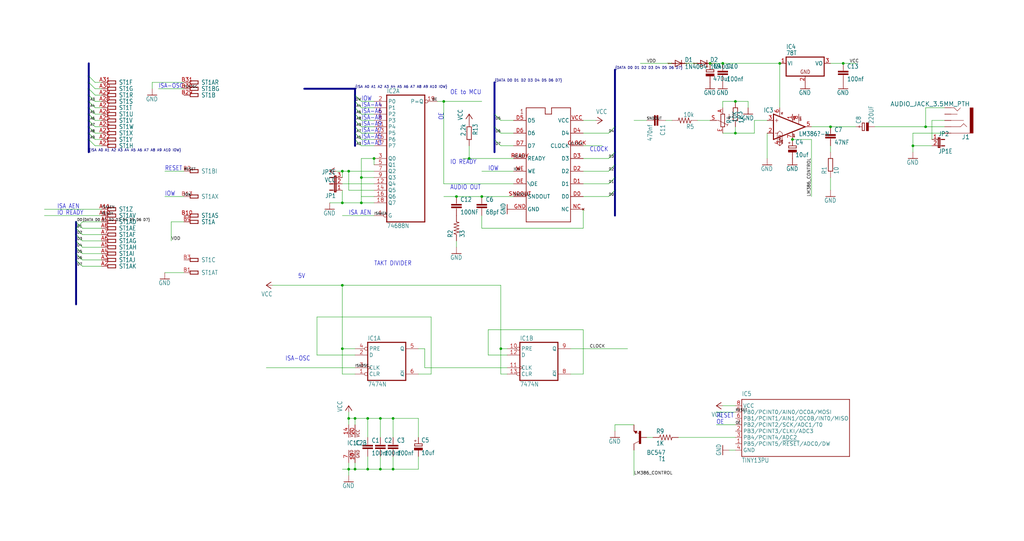
<source format=kicad_sch>
(kicad_sch (version 20250114) (generator "eeschema") (generator_version "9.0")
  (paper "User" 410.286 216.738)
  (text "ISA-OSC" (at 114.3 144.78 0) (effects (font (size 1.778 1.5113)) (justify left bottom)))
  (text "IOW" (at 66.04 78.74 0) (effects (font (size 1.778 1.5113)) (justify left bottom)))
  (text "ISA-A4" (at 144.78 43.18 0) (effects (font (size 1.778 1.5113)) (justify left bottom)))
  (text "RESET" (at 287.02 167.64 0) (effects (font (size 1.778 1.5113)) (justify left bottom)))
  (text "5V" (at 119.38 111.76 0) (effects (font (size 1.778 1.5113)) (justify left bottom)))
  (text "TAKT DIVIDER" (at 149.86 106.68 0) (effects (font (size 1.778 1.5113)) (justify left bottom)))
  (text "IO READY" (at 22.86 86.36 0) (effects (font (size 1.778 1.5113)) (justify left bottom)))
  (text "ISA-A6" (at 144.78 45.72 0) (effects (font (size 1.778 1.5113)) (justify left bottom)))
  (text "ISA-OSC" (at 63.5 35.56 0) (effects (font (size 1.778 1.5113)) (justify left bottom)))
  (text "ISA-A9" (at 144.78 50.8 0) (effects (font (size 1.778 1.5113)) (justify left bottom)))
  (text "ISA AEN" (at 139.7 86.36 0) (effects (font (size 1.778 1.5113)) (justify left bottom)))
  (text "OE to MCU" (at 180.34 38.1 0) (effects (font (size 1.778 1.5113)) (justify left bottom)))
  (text "ISA AEN" (at 22.86 83.82 0) (effects (font (size 1.778 1.5113)) (justify left bottom)))
  (text "AUDIO OUT" (at 180.34 76.2 0) (effects (font (size 1.778 1.5113)) (justify left bottom)))
  (text "IO READY" (at 180.34 66.04 0) (effects (font (size 1.778 1.5113)) (justify left bottom)))
  (text "RESET" (at 66.04 68.58 0) (effects (font (size 1.778 1.5113)) (justify left bottom)))
  (text "IOW" (at 144.78 40.64 0) (effects (font (size 1.778 1.5113)) (justify left bottom)))
  (text "CLOCK" (at 236.22 60.96 0) (effects (font (size 1.778 1.5113)) (justify left bottom)))
  (text "ISA-A8" (at 144.78 48.26 0) (effects (font (size 1.778 1.5113)) (justify left bottom)))
  (text "ISA-A7" (at 144.78 53.34 0) (effects (font (size 1.778 1.5113)) (justify left bottom)))
  (text "IOW" (at 195.58 68.58 0) (effects (font (size 1.778 1.5113)) (justify left bottom)))
  (text "ISA-A3" (at 144.78 58.42 0) (effects (font (size 1.778 1.5113)) (justify left bottom)))
  (text "OE" (at 177.8 48.26 90) (effects (font (size 1.778 1.5113)) (justify left bottom)))
  (text "OE" (at 287.02 170.18 0) (effects (font (size 1.778 1.5113)) (justify left bottom)))
  (text "ISA-A5" (at 144.78 55.88 0) (effects (font (size 1.778 1.5113)) (justify left bottom)))
  (junction (at 294.64 40.64))
  (junction (at 284.48 25.4))
  (junction (at 182.88 78.74))
  (junction (at 157.48 167.64))
  (junction (at 137.16 81.28))
  (junction (at 187.96 63.5))
  (junction (at 144.78 71.12))
  (junction (at 157.48 187.96))
  (junction (at 139.7 167.64))
  (junction (at 142.24 167.64))
  (junction (at 152.4 187.96))
  (junction (at 139.7 68.58))
  (junction (at 147.32 167.64))
  (junction (at 370.84 50.8))
  (junction (at 139.7 187.96))
  (junction (at 152.4 167.64))
  (junction (at 317.5 55.88))
  (junction (at 294.64 53.34))
  (junction (at 137.16 68.58))
  (junction (at 137.16 139.7))
  (junction (at 193.04 78.74))
  (junction (at 137.16 114.3))
  (junction (at 144.78 81.28))
  (junction (at 149.86 63.5))
  (junction (at 337.82 25.4))
  (junction (at 289.56 25.4))
  (junction (at 147.32 187.96))
  (junction (at 312.42 25.4))
  (junction (at 177.8 40.64))
  (junction (at 142.24 187.96))
  (junction (at 200.66 139.7))
  (junction (at 332.74 50.8))
  (junction (at 365.76 58.42))
  (bus_entry (at 38.1 55.88) (size -2.54 -2.54))
  (bus_entry (at 38.1 38.1) (size -2.54 -2.54))
  (bus_entry (at 243.84 53.34) (size 2.54 -2.54))
  (bus_entry (at 38.1 58.42) (size -2.54 -2.54))
  (bus_entry (at 243.84 68.58) (size 2.54 -2.54))
  (bus_entry (at 38.1 50.8) (size -2.54 -2.54))
  (bus_entry (at 38.1 53.34) (size -2.54 -2.54))
  (bus_entry (at 144.78 45.72) (size -2.54 -2.54))
  (bus_entry (at 33.02 88.9) (size -2.54 2.54))
  (bus_entry (at 38.1 48.26) (size -2.54 -2.54))
  (bus_entry (at 144.78 50.8) (size -2.54 -2.54))
  (bus_entry (at 144.78 55.88) (size -2.54 -2.54))
  (bus_entry (at 38.1 45.72) (size -2.54 -2.54))
  (bus_entry (at 33.02 106.68) (size -2.54 -2.54))
  (bus_entry (at 144.78 53.34) (size -2.54 -2.54))
  (bus_entry (at 144.78 48.26) (size -2.54 -2.54))
  (bus_entry (at 144.78 58.42) (size -2.54 -2.54))
  (bus_entry (at 38.1 43.18) (size -2.54 -2.54))
  (bus_entry (at 200.66 58.42) (size -2.54 -2.54))
  (bus_entry (at 33.02 101.6) (size -2.54 -2.54))
  (bus_entry (at 33.02 104.14) (size -2.54 -2.54))
  (bus_entry (at 243.84 63.5) (size 2.54 -2.54))
  (bus_entry (at 243.84 73.66) (size 2.54 -2.54))
  (bus_entry (at 33.02 93.98) (size -2.54 -2.54))
  (bus_entry (at 33.02 96.52) (size -2.54 -2.54))
  (bus_entry (at 200.66 53.34) (size -2.54 -2.54))
  (bus_entry (at 33.02 99.06) (size -2.54 -2.54))
  (bus_entry (at 38.1 35.56) (size -2.54 -2.54))
  (bus_entry (at 144.78 43.18) (size -2.54 -2.54))
  (bus_entry (at 243.84 78.74) (size 2.54 -2.54))
  (bus_entry (at 33.02 91.44) (size -2.54 -2.54))
  (bus_entry (at 38.1 33.02) (size -2.54 -2.54))
  (bus_entry (at 144.78 40.64) (size -2.54 -2.54))
  (bus_entry (at 38.1 40.64) (size -2.54 -2.54))
  (bus_entry (at 200.66 48.26) (size -2.54 -2.54))
  (wire (pts (xy 205.74 68.58) (xy 193.04 68.58)) (stroke (width 0.1524)))
  (wire (pts (xy 137.16 114.3) (xy 200.66 114.3)) (stroke (width 0.1524)))
  (bus (pts (xy 142.24 38.1) (xy 142.24 40.64)) (stroke (width 0.762)))
  (wire (pts (xy 312.42 25.4) (xy 312.42 43.18)) (stroke (width 0.1524)))
  (bus (pts (xy 35.56 33.02) (xy 35.56 30.48)) (stroke (width 0.762)))
  (bus (pts (xy 30.48 99.06) (xy 30.48 101.6)) (stroke (width 0.762)))
  (wire (pts (xy 337.82 25.4) (xy 342.9 25.4)) (stroke (width 0.1524)))
  (wire (pts (xy 294.64 170.18) (xy 287.02 170.18)) (stroke (width 0.1524)))
  (wire (pts (xy 142.24 167.64) (xy 147.32 167.64)) (stroke (width 0.1524)))
  (wire (pts (xy 170.18 139.7) (xy 170.18 147.32)) (stroke (width 0.1524)))
  (wire (pts (xy 38.1 33.02) (xy 40.64 33.02)) (stroke (width 0.1524)))
  (bus (pts (xy 142.24 40.64) (xy 142.24 43.18)) (stroke (width 0.762)))
  (wire (pts (xy 289.56 162.56) (xy 294.64 162.56)) (stroke (width 0.1524)))
  (wire (pts (xy 243.84 73.66) (xy 233.68 73.66)) (stroke (width 0.1524)))
  (wire (pts (xy 33.02 104.14) (xy 40.64 104.14)) (stroke (width 0.1524)))
  (wire (pts (xy 142.24 167.64) (xy 142.24 170.18)) (stroke (width 0.1524)))
  (bus (pts (xy 30.48 101.6) (xy 30.48 104.14)) (stroke (width 0.762)))
  (wire (pts (xy 292.1 180.34) (xy 294.64 180.34)) (stroke (width 0.1524)))
  (wire (pts (xy 139.7 68.58) (xy 137.16 68.58)) (stroke (width 0.1524)))
  (wire (pts (xy 137.16 81.28) (xy 132.08 81.28)) (stroke (width 0.1524)))
  (wire (pts (xy 317.5 55.88) (xy 325.12 55.88)) (stroke (width 0.1524)))
  (wire (pts (xy 147.32 187.96) (xy 152.4 187.96)) (stroke (width 0.1524)))
  (wire (pts (xy 149.86 68.58) (xy 139.7 68.58)) (stroke (width 0.1524)))
  (wire (pts (xy 152.4 167.64) (xy 157.48 167.64)) (stroke (width 0.1524)))
  (wire (pts (xy 302.26 48.26) (xy 307.34 48.26)) (stroke (width 0.1524)))
  (wire (pts (xy 38.1 43.18) (xy 40.64 43.18)) (stroke (width 0.1524)))
  (wire (pts (xy 373.38 48.26) (xy 378.46 48.26)) (stroke (width 0.1524)))
  (bus (pts (xy 198.12 50.8) (xy 198.12 55.88)) (stroke (width 0.762)))
  (wire (pts (xy 233.68 48.26) (xy 238.76 48.26)) (stroke (width 0.1524)))
  (wire (pts (xy 38.1 38.1) (xy 40.64 38.1)) (stroke (width 0.1524)))
  (bus (pts (xy 246.38 50.8) (xy 246.38 60.96)) (stroke (width 0.762)))
  (wire (pts (xy 205.74 78.74) (xy 193.04 78.74)) (stroke (width 0.1524)))
  (wire (pts (xy 139.7 167.64) (xy 142.24 167.64)) (stroke (width 0.1524)))
  (wire (pts (xy 157.48 182.88) (xy 157.48 187.96)) (stroke (width 0.1524)))
  (bus (pts (xy 142.24 35.56) (xy 121.92 35.56)) (stroke (width 0.762)))
  (bus (pts (xy 142.24 35.56) (xy 142.24 38.1)) (stroke (width 0.762)))
  (wire (pts (xy 144.78 58.42) (xy 149.86 58.42)) (stroke (width 0.1524)))
  (wire (pts (xy 149.86 66.04) (xy 149.86 63.5)) (stroke (width 0.1524)))
  (bus (pts (xy 35.56 38.1) (xy 35.56 35.56)) (stroke (width 0.762)))
  (wire (pts (xy 38.1 40.64) (xy 40.64 40.64)) (stroke (width 0.1524)))
  (wire (pts (xy 73.66 68.58) (xy 66.04 68.58)) (stroke (width 0.1524)))
  (wire (pts (xy 177.8 40.64) (xy 177.8 73.66)) (stroke (width 0.1524)))
  (wire (pts (xy 195.58 132.08) (xy 195.58 142.24)) (stroke (width 0.1524)))
  (wire (pts (xy 187.96 63.5) (xy 187.96 58.42)) (stroke (width 0.1524)))
  (wire (pts (xy 139.7 190.5) (xy 139.7 187.96)) (stroke (width 0.1524)))
  (wire (pts (xy 139.7 76.2) (xy 149.86 76.2)) (stroke (width 0.1524)))
  (wire (pts (xy 38.1 45.72) (xy 40.64 45.72)) (stroke (width 0.1524)))
  (wire (pts (xy 302.26 53.34) (xy 302.26 48.26)) (stroke (width 0.1524)))
  (wire (pts (xy 289.56 25.4) (xy 312.42 25.4)) (stroke (width 0.1524)))
  (wire (pts (xy 203.2 139.7) (xy 200.66 139.7)) (stroke (width 0.1524)))
  (wire (pts (xy 294.64 175.26) (xy 271.78 175.26)) (stroke (width 0.1524)))
  (wire (pts (xy 38.1 58.42) (xy 40.64 58.42)) (stroke (width 0.1524)))
  (wire (pts (xy 167.64 182.88) (xy 167.64 187.96)) (stroke (width 0.1524)))
  (wire (pts (xy 147.32 167.64) (xy 152.4 167.64)) (stroke (width 0.1524)))
  (wire (pts (xy 137.16 187.96) (xy 139.7 187.96)) (stroke (width 0.1524)))
  (bus (pts (xy 35.56 35.56) (xy 35.56 33.02)) (stroke (width 0.762)))
  (bus (pts (xy 246.38 60.96) (xy 246.38 66.04)) (stroke (width 0.762)))
  (wire (pts (xy 38.1 50.8) (xy 40.64 50.8)) (stroke (width 0.1524)))
  (wire (pts (xy 152.4 182.88) (xy 152.4 187.96)) (stroke (width 0.1524)))
  (wire (pts (xy 144.78 43.18) (xy 149.86 43.18)) (stroke (width 0.1524)))
  (wire (pts (xy 200.66 149.86) (xy 203.2 149.86)) (stroke (width 0.1524)))
  (wire (pts (xy 365.76 53.34) (xy 365.76 58.42)) (stroke (width 0.1524)))
  (bus (pts (xy 35.56 30.48) (xy 35.56 25.4)) (stroke (width 0.762)))
  (bus (pts (xy 30.48 104.14) (xy 30.48 121.92)) (stroke (width 0.762)))
  (bus (pts (xy 35.56 48.26) (xy 35.56 45.72)) (stroke (width 0.762)))
  (bus (pts (xy 198.12 55.88) (xy 198.12 60.96)) (stroke (width 0.762)))
  (wire (pts (xy 172.72 127) (xy 127 127)) (stroke (width 0.1524)))
  (bus (pts (xy 35.56 45.72) (xy 35.56 43.18)) (stroke (width 0.762)))
  (wire (pts (xy 139.7 167.64) (xy 139.7 170.18)) (stroke (width 0.1524)))
  (wire (pts (xy 149.86 78.74) (xy 144.78 78.74)) (stroke (width 0.1524)))
  (wire (pts (xy 137.16 114.3) (xy 137.16 139.7)) (stroke (width 0.1524)))
  (wire (pts (xy 142.24 187.96) (xy 147.32 187.96)) (stroke (width 0.1524)))
  (wire (pts (xy 137.16 68.58) (xy 134.62 68.58)) (stroke (width 0.1524)))
  (wire (pts (xy 144.78 55.88) (xy 149.86 55.88)) (stroke (width 0.1524)))
  (bus (pts (xy 30.48 93.98) (xy 30.48 96.52)) (stroke (width 0.762)))
  (wire (pts (xy 294.64 50.8) (xy 294.64 53.34)) (stroke (width 0.1524)))
  (wire (pts (xy 144.78 53.34) (xy 149.86 53.34)) (stroke (width 0.1524)))
  (wire (pts (xy 254 170.18) (xy 246.38 170.18)) (stroke (width 0.1524)))
  (bus (pts (xy 246.38 71.12) (xy 246.38 76.2)) (stroke (width 0.762)))
  (wire (pts (xy 149.86 86.36) (xy 137.16 86.36)) (stroke (width 0.1524)))
  (wire (pts (xy 147.32 175.26) (xy 147.32 167.64)) (stroke (width 0.1524)))
  (bus (pts (xy 35.56 50.8) (xy 35.56 48.26)) (stroke (width 0.762)))
  (wire (pts (xy 38.1 35.56) (xy 40.64 35.56)) (stroke (width 0.1524)))
  (wire (pts (xy 284.48 25.4) (xy 289.56 25.4)) (stroke (width 0.1524)))
  (wire (pts (xy 325.12 50.8) (xy 332.74 50.8)) (stroke (width 0.1524)))
  (wire (pts (xy 144.78 45.72) (xy 149.86 45.72)) (stroke (width 0.1524)))
  (wire (pts (xy 139.7 165.1) (xy 139.7 167.64)) (stroke (width 0.1524)))
  (bus (pts (xy 35.56 43.18) (xy 35.56 40.64)) (stroke (width 0.762)))
  (wire (pts (xy 195.58 142.24) (xy 203.2 142.24)) (stroke (width 0.1524)))
  (wire (pts (xy 279.4 48.26) (xy 284.48 48.26)) (stroke (width 0.1524)))
  (bus (pts (xy 142.24 43.18) (xy 142.24 45.72)) (stroke (width 0.762)))
  (wire (pts (xy 289.56 40.64) (xy 294.64 40.64)) (stroke (width 0.1524)))
  (wire (pts (xy 68.58 88.9) (xy 68.58 96.52)) (stroke (width 0.1524)))
  (wire (pts (xy 33.02 101.6) (xy 40.64 101.6)) (stroke (width 0.1524)))
  (bus (pts (xy 35.56 40.64) (xy 35.56 38.1)) (stroke (width 0.762)))
  (bus (pts (xy 246.38 76.2) (xy 246.38 86.36)) (stroke (width 0.762)))
  (wire (pts (xy 144.78 81.28) (xy 137.16 81.28)) (stroke (width 0.1524)))
  (bus (pts (xy 142.24 55.88) (xy 142.24 58.42)) (stroke (width 0.762)))
  (wire (pts (xy 38.1 48.26) (xy 40.64 48.26)) (stroke (width 0.1524)))
  (wire (pts (xy 350.52 50.8) (xy 370.84 50.8)) (stroke (width 0.1524)))
  (wire (pts (xy 144.78 48.26) (xy 149.86 48.26)) (stroke (width 0.1524)))
  (wire (pts (xy 266.7 48.26) (xy 269.24 48.26)) (stroke (width 0.1524)))
  (wire (pts (xy 149.86 63.5) (xy 144.78 63.5)) (stroke (width 0.1524)))
  (wire (pts (xy 167.64 187.96) (xy 157.48 187.96)) (stroke (width 0.1524)))
  (wire (pts (xy 33.02 106.68) (xy 40.64 106.68)) (stroke (width 0.1524)))
  (wire (pts (xy 139.7 68.58) (xy 139.7 76.2)) (stroke (width 0.1524)))
  (wire (pts (xy 167.64 175.26) (xy 167.64 167.64)) (stroke (width 0.1524)))
  (wire (pts (xy 233.68 91.44) (xy 193.04 91.44)) (stroke (width 0.1524)))
  (bus (pts (xy 198.12 45.72) (xy 198.12 50.8)) (stroke (width 0.762)))
  (wire (pts (xy 259.08 48.26) (xy 254 48.26)) (stroke (width 0.1524)))
  (wire (pts (xy 200.66 53.34) (xy 205.74 53.34)) (stroke (width 0.1524)))
  (wire (pts (xy 167.64 149.86) (xy 172.72 149.86)) (stroke (width 0.1524)))
  (bus (pts (xy 35.56 55.88) (xy 35.56 53.34)) (stroke (width 0.762)))
  (wire (pts (xy 233.68 83.82) (xy 233.68 91.44)) (stroke (width 0.1524)))
  (wire (pts (xy 60.96 33.02) (xy 60.96 35.56)) (stroke (width 0.1524)))
  (bus (pts (xy 246.38 27.94) (xy 246.38 50.8)) (stroke (width 0.762)))
  (bus (pts (xy 142.24 53.34) (xy 142.24 55.88)) (stroke (width 0.762)))
  (bus (pts (xy 30.48 96.52) (xy 30.48 99.06)) (stroke (width 0.762)))
  (wire (pts (xy 137.16 71.12) (xy 137.16 68.58)) (stroke (width 0.1524)))
  (wire (pts (xy 149.86 71.12) (xy 144.78 71.12)) (stroke (width 0.1524)))
  (bus (pts (xy 35.56 60.96) (xy 35.56 55.88)) (stroke (width 0.762)))
  (bus (pts (xy 142.24 50.8) (xy 142.24 53.34)) (stroke (width 0.762)))
  (wire (pts (xy 294.64 53.34) (xy 302.26 53.34)) (stroke (width 0.1524)))
  (wire (pts (xy 254 180.34) (xy 254 190.5)) (stroke (width 0.1524)))
  (wire (pts (xy 307.34 63.5) (xy 307.34 53.34)) (stroke (width 0.1524)))
  (wire (pts (xy 40.64 86.36) (xy 17.78 86.36)) (stroke (width 0.1524)))
  (wire (pts (xy 228.6 139.7) (xy 251.46 139.7)) (stroke (width 0.1524)))
  (wire (pts (xy 233.68 58.42) (xy 241.3 58.42)) (stroke (width 0.1524)))
  (wire (pts (xy 149.86 73.66) (xy 137.16 73.66)) (stroke (width 0.1524)))
  (wire (pts (xy 373.38 55.88) (xy 373.38 48.26)) (stroke (width 0.1524)))
  (bus (pts (xy 35.56 53.34) (xy 35.56 50.8)) (stroke (width 0.762)))
  (wire (pts (xy 38.1 53.34) (xy 40.64 53.34)) (stroke (width 0.1524)))
  (wire (pts (xy 378.46 53.34) (xy 365.76 53.34)) (stroke (width 0.1524)))
  (wire (pts (xy 40.64 83.82) (xy 17.78 83.82)) (stroke (width 0.1524)))
  (wire (pts (xy 142.24 187.96) (xy 142.24 185.42)) (stroke (width 0.1524)))
  (wire (pts (xy 177.8 73.66) (xy 205.74 73.66)) (stroke (width 0.1524)))
  (wire (pts (xy 157.48 175.26) (xy 157.48 167.64)) (stroke (width 0.1524)))
  (wire (pts (xy 261.62 175.26) (xy 259.08 175.26)) (stroke (width 0.1524)))
  (wire (pts (xy 365.76 58.42) (xy 365.76 60.96)) (stroke (width 0.1524)))
  (bus (pts (xy 30.48 91.44) (xy 30.48 93.98)) (stroke (width 0.762)))
  (wire (pts (xy 137.16 139.7) (xy 137.16 149.86)) (stroke (width 0.1524)))
  (wire (pts (xy 144.78 78.74) (xy 144.78 81.28)) (stroke (width 0.1524)))
  (bus (pts (xy 142.24 48.26) (xy 142.24 50.8)) (stroke (width 0.762)))
  (wire (pts (xy 370.84 43.18) (xy 378.46 43.18)) (stroke (width 0.1524)))
  (wire (pts (xy 149.86 81.28) (xy 144.78 81.28)) (stroke (width 0.1524)))
  (wire (pts (xy 205.74 63.5) (xy 187.96 63.5)) (stroke (width 0.1524)))
  (wire (pts (xy 373.38 58.42) (xy 365.76 58.42)) (stroke (width 0.1524)))
  (wire (pts (xy 299.72 40.64) (xy 294.64 40.64)) (stroke (width 0.1524)))
  (wire (pts (xy 33.02 91.44) (xy 40.64 91.44)) (stroke (width 0.1524)))
  (wire (pts (xy 243.84 53.34) (xy 233.68 53.34)) (stroke (width 0.1524)))
  (wire (pts (xy 172.72 149.86) (xy 172.72 127)) (stroke (width 0.1524)))
  (wire (pts (xy 193.04 91.44) (xy 193.04 86.36)) (stroke (width 0.1524)))
  (wire (pts (xy 144.78 71.12) (xy 144.78 78.74)) (stroke (width 0.1524)))
  (bus (pts (xy 246.38 66.04) (xy 246.38 71.12)) (stroke (width 0.762)))
  (wire (pts (xy 144.78 40.64) (xy 149.86 40.64)) (stroke (width 0.1524)))
  (wire (pts (xy 200.66 114.3) (xy 200.66 139.7)) (stroke (width 0.1524)))
  (wire (pts (xy 289.56 53.34) (xy 294.64 53.34)) (stroke (width 0.1524)))
  (wire (pts (xy 182.88 99.06) (xy 182.88 96.52)) (stroke (width 0.1524)))
  (wire (pts (xy 187.96 63.5) (xy 185.42 63.5)) (stroke (width 0.1524)))
  (wire (pts (xy 73.66 33.02) (xy 60.96 33.02)) (stroke (width 0.1524)))
  (wire (pts (xy 147.32 187.96) (xy 147.32 182.88)) (stroke (width 0.1524)))
  (bus (pts (xy 198.12 33.02) (xy 198.12 45.72)) (stroke (width 0.762)))
  (wire (pts (xy 139.7 187.96) (xy 139.7 185.42)) (stroke (width 0.1524)))
  (wire (pts (xy 167.64 139.7) (xy 170.18 139.7)) (stroke (width 0.1524)))
  (wire (pts (xy 109.22 114.3) (xy 137.16 114.3)) (stroke (width 0.1524)))
  (wire (pts (xy 332.74 50.8) (xy 342.9 50.8)) (stroke (width 0.1524)))
  (wire (pts (xy 332.74 25.4) (xy 337.82 25.4)) (stroke (width 0.1524)))
  (wire (pts (xy 289.56 43.18) (xy 289.56 40.64)) (stroke (width 0.1524)))
  (wire (pts (xy 274.32 25.4) (xy 279.4 25.4)) (stroke (width 0.1524)))
  (wire (pts (xy 175.26 40.64) (xy 177.8 40.64)) (stroke (width 0.1524)))
  (wire (pts (xy 243.84 78.74) (xy 233.68 78.74)) (stroke (width 0.1524)))
  (wire (pts (xy 152.4 175.26) (xy 152.4 167.64)) (stroke (width 0.1524)))
  (wire (pts (xy 170.18 147.32) (xy 203.2 147.32)) (stroke (width 0.1524)))
  (wire (pts (xy 33.02 99.06) (xy 40.64 99.06)) (stroke (width 0.1524)))
  (wire (pts (xy 256.54 25.4) (xy 269.24 25.4)) (stroke (width 0.1524)))
  (wire (pts (xy 294.64 165.1) (xy 287.02 165.1)) (stroke (width 0.1524)))
  (wire (pts (xy 243.84 63.5) (xy 233.68 63.5)) (stroke (width 0.1524)))
  (wire (pts (xy 325.12 55.88) (xy 325.12 78.74)) (stroke (width 0.1524)))
  (wire (pts (xy 127 127) (xy 127 142.24)) (stroke (width 0.1524)))
  (bus (pts (xy 142.24 45.72) (xy 142.24 48.26)) (stroke (width 0.762)))
  (bus (pts (xy 30.48 88.9) (xy 30.48 91.44)) (stroke (width 0.762)))
  (wire (pts (xy 193.04 78.74) (xy 182.88 78.74)) (stroke (width 0.1524)))
  (wire (pts (xy 332.74 76.2) (xy 332.74 71.12)) (stroke (width 0.1524)))
  (wire (pts (xy 139.7 187.96) (xy 142.24 187.96)) (stroke (width 0.1524)))
  (wire (pts (xy 73.66 35.56) (xy 63.5 35.56)) (stroke (width 0.1524)))
  (wire (pts (xy 152.4 187.96) (xy 157.48 187.96)) (stroke (width 0.1524)))
  (wire (pts (xy 370.84 50.8) (xy 370.84 43.18)) (stroke (width 0.1524)))
  (wire (pts (xy 144.78 71.12) (xy 144.78 63.5)) (stroke (width 0.1524)))
  (wire (pts (xy 142.24 147.32) (xy 106.68 147.32)) (stroke (width 0.1524)))
  (wire (pts (xy 177.8 40.64) (xy 193.04 40.64)) (stroke (width 0.1524)))
  (wire (pts (xy 144.78 50.8) (xy 149.86 50.8)) (stroke (width 0.1524)))
  (wire (pts (xy 127 142.24) (xy 142.24 142.24)) (stroke (width 0.1524)))
  (wire (pts (xy 33.02 93.98) (xy 40.64 93.98)) (stroke (width 0.1524)))
  (wire (pts (xy 182.88 78.74) (xy 177.8 78.74)) (stroke (width 0.1524)))
  (wire (pts (xy 73.66 88.9) (xy 68.58 88.9)) (stroke (width 0.1524)))
  (wire (pts (xy 200.66 48.26) (xy 205.74 48.26)) (stroke (width 0.1524)))
  (wire (pts (xy 157.48 167.64) (xy 167.64 167.64)) (stroke (width 0.1524)))
  (wire (pts (xy 33.02 96.52) (xy 40.64 96.52)) (stroke (width 0.1524)))
  (wire (pts (xy 233.68 132.08) (xy 195.58 132.08)) (stroke (width 0.1524)))
  (wire (pts (xy 332.74 60.96) (xy 332.74 58.42)) (stroke (width 0.1524)))
  (wire (pts (xy 200.66 139.7) (xy 200.66 149.86)) (stroke (width 0.1524)))
  (wire (pts (xy 246.38 170.18) (xy 246.38 172.72)) (stroke (width 0.1524)))
  (wire (pts (xy 233.68 149.86) (xy 233.68 132.08)) (stroke (width 0.1524)))
  (wire (pts (xy 73.66 109.22) (xy 66.04 109.22)) (stroke (width 0.1524)))
  (wire (pts (xy 73.66 78.74) (xy 66.04 78.74)) (stroke (width 0.1524)))
  (wire (pts (xy 243.84 68.58) (xy 233.68 68.58)) (stroke (width 0.1524)))
  (wire (pts (xy 299.72 40.64) (xy 299.72 43.18)) (stroke (width 0.1524)))
  (wire (pts (xy 228.6 149.86) (xy 233.68 149.86)) (stroke (width 0.1524)))
  (wire (pts (xy 142.24 149.86) (xy 137.16 149.86)) (stroke (width 0.1524)))
  (wire (pts (xy 137.16 76.2) (xy 137.16 81.28)) (stroke (width 0.1524)))
  (wire (pts (xy 38.1 55.88) (xy 40.64 55.88)) (stroke (width 0.1524)))
  (wire (pts (xy 142.24 139.7) (xy 137.16 139.7)) (stroke (width 0.1524)))
  (wire (pts (xy 370.84 50.8) (xy 378.46 50.8)) (stroke (width 0.1524)))
  (wire (pts (xy 200.66 58.42) (xy 205.74 58.42)) (stroke (width 0.1524)))
  (wire (pts (xy 33.02 88.9) (xy 40.64 88.9)) (stroke (width 0.1524)))
  (label "A8" (at 144.78 48.26 180) (effects (font (size 1.016 1.016))))
  (label "READY" (at 40.64 86.36 0) (effects (font (size 1.016 1.016))))
  (label "READY" (at 205.74 63.5 0) (effects (font (size 1.016 1.016))))
  (label "{DATA D0 D1 D2 D3 D4 D5 D6 D7}" (at 33.02 88.9 0) (effects (font (size 1.016 1.016))))
  (label "A6" (at 144.78 45.72 180) (effects (font (size 1.016 1.016))))
  (label "D1" (at 243.84 73.66 0) (effects (font (size 1.016 1.016))))
  (label "D2" (at 33.02 93.98 180) (effects (font (size 1.016 1.016))))
  (label "D6" (at 200.66 53.34 180) (effects (font (size 1.016 1.016))))
  (label "CLOCK" (at 236.22 139.7 0) (effects (font (size 1.2446 1.2446))))
  (label "IOW" (at 205.74 68.58 0) (effects (font (size 1.016 1.016))))
  (label "D0" (at 33.02 88.9 180) (effects (font (size 1.016 1.016))))
  (label "D1" (at 33.02 91.44 180) (effects (font (size 1.016 1.016))))
  (label "D7" (at 200.66 58.42 180) (effects (font (size 1.016 1.016))))
  (label "A5" (at 38.1 45.72 180) (effects (font (size 1.016 1.016))))
  (label "SNDOUT" (at 205.74 78.74 0) (effects (font (size 1.016 1.016))))
  (label "D6" (at 33.02 104.14 180) (effects (font (size 1.016 1.016))))
  (label "LM386_CONTROL" (at 254 190.5 0) (effects (font (size 1.2446 1.2446))))
  (label "D7" (at 33.02 106.68 180) (effects (font (size 1.016 1.016))))
  (label "ISAOSC" (at 73.66 35.56 0) (effects (font (size 1.016 1.016))))
  (label "LM386_CONTROL" (at 325.12 78.74 90) (effects (font (size 1.2446 1.2446))))
  (label "A6" (at 38.1 48.26 180) (effects (font (size 1.016 1.016))))
  (label "A4" (at 38.1 43.18 180) (effects (font (size 1.016 1.016))))
  (label "VCC" (at 340.36 25.4 0) (effects (font (size 1.2446 1.2446))))
  (label "OE" (at 294.64 170.18 0) (effects (font (size 1.016 1.016))))
  (label "{ISA A0 A1 A2 A3 A4 A5 A6 A7 A8 A9 A10 IOW}" (at 142.24 35.56 0) (effects (font (size 1.016 1.016))))
  (label "VDD" (at 259.08 25.4 0) (effects (font (size 1.2446 1.2446))))
  (label "D5" (at 33.02 101.6 180) (effects (font (size 1.016 1.016))))
  (label "{DATA D0 D1 D2 D3 D4 D5 D6 D7}" (at 246.38 27.94 0) (effects (font (size 1.016 1.016))))
  (label "ISAAEN" (at 149.86 86.36 0) (effects (font (size 1.016 1.016))))
  (label "VDD" (at 68.58 96.52 0) (effects (font (size 1.2446 1.2446))))
  (label "D3" (at 243.84 63.5 0) (effects (font (size 1.016 1.016))))
  (label "RESET" (at 73.66 68.58 0) (effects (font (size 1.016 1.016))))
  (label "A3" (at 38.1 40.64 180) (effects (font (size 1.016 1.016))))
  (label "D4" (at 33.02 99.06 180) (effects (font (size 1.016 1.016))))
  (label "D5" (at 200.66 48.26 180) (effects (font (size 1.016 1.016))))
  (label "D2" (at 243.84 68.58 0) (effects (font (size 1.016 1.016))))
  (label "A3" (at 144.78 58.42 180) (effects (font (size 1.016 1.016))))
  (label "A9" (at 38.1 55.88 180) (effects (font (size 1.016 1.016))))
  (label "ISAAEN" (at 40.64 83.82 0) (effects (font (size 1.016 1.016))))
  (label "IOW" (at 144.78 40.64 180) (effects (font (size 1.016 1.016))))
  (label "D0" (at 243.84 78.74 0) (effects (font (size 1.016 1.016))))
  (label "A7" (at 38.1 50.8 180) (effects (font (size 1.016 1.016))))
  (label "A5" (at 144.78 55.88 180) (effects (font (size 1.016 1.016))))
  (label "{DATA D0 D1 D2 D3 D4 D5 D6 D7}" (at 198.12 33.02 0) (effects (font (size 1.016 1.016))))
  (label "A9" (at 144.78 50.8 180) (effects (font (size 1.016 1.016))))
  (label "RESET" (at 294.64 165.1 0) (effects (font (size 1.016 1.016))))
  (label "OE" (at 175.26 40.64 180) (effects (font (size 1.016 1.016))))
  (label "ISAOSC" (at 142.24 147.32 0) (effects (font (size 1.016 1.016))))
  (label "SNDOUT" (at 259.08 48.26 0) (effects (font (size 1.016 1.016))))
  (label "A8" (at 38.1 53.34 180) (effects (font (size 1.016 1.016))))
  (label "A4" (at 144.78 43.18 180) (effects (font (size 1.016 1.016))))
  (label "D3" (at 33.02 96.52 180) (effects (font (size 1.016 1.016))))
  (label "A7" (at 144.78 53.34 180) (effects (font (size 1.016 1.016))))
  (label "{ISA A0 A1 A2 A3 A4 A5 A6 A7 A8 A9 A10 IOW}" (at 35.56 60.96 0) (effects (font (size 1.016 1.016))))
  (label "D4" (at 243.84 53.34 0) (effects (font (size 1.016 1.016))))
  (label "CLOCK" (at 233.68 58.42 180) (effects (font (size 1.016 1.016))))
  (label "IOW" (at 73.66 78.74 0) (effects (font (size 1.016 1.016))))
  (global_label "GND" (shape bidirectional) (at 312.42 58.42 90) (effects (font (size 1.016 1.016))) (property "Intersheetrefs" "${INTERSHEET_REFS}" (effects (hide yes))))
  (symbol (lib_id "tandy_sound-eagle-import:JP1E") (at 375.92 55.88 270) (unit 1)
    (property "Reference" "JP2" (at 375.92 54.61 90) (effects (font (size 1.778 1.5113)) (justify left bottom)))
    (property "Value" "JP1E" (at 375.92 61.595 90) (effects (font (size 1.778 1.5113)) (justify left bottom)))
    (property "Footprint" "tandy_sound:JP1" (effects (hide yes)))
  )
  (symbol (lib_id "tandy_sound-eagle-import:1N4004") (at 281.94 25.4 0) (unit 1)
    (property "Reference" "D2" (at 284.48 24.9174 0) (effects (font (size 1.778 1.5113)) (justify left bottom)))
    (property "Value" "1N4004" (at 284.48 27.7114 0) (effects (font (size 1.778 1.5113)) (justify left bottom)))
    (property "Footprint" "tandy_sound:DO41-10" (effects (hide yes)))
  )
  (symbol (lib_id "tandy_sound-eagle-import:C-EU025-030X050") (at 332.74 53.34 0) (unit 1)
    (property "Reference" "C7" (at 334.264 52.959 0) (effects (font (size 1.778 1.5113)) (justify left bottom)))
    (property "Value" "47NF" (at 334.264 58.039 0) (effects (font (size 1.778 1.5113)) (justify left bottom)))
    (property "Footprint" "tandy_sound:C025-030X050" (effects (hide yes)))
  )
  (symbol (lib_id "tandy_sound-eagle-import:IBM8BIT") (at 43.18 50.8 0) (unit 23)
    (property "Reference" "ST1" (at 47.625 51.7652 0) (effects (font (size 1.778 1.5113)) (justify left bottom)))
    (property "Value" "IBM8BIT" (effects (hide yes)))
    (property "Footprint" "tandy_sound:IBM8BIT" (effects (hide yes)))
  )
  (symbol (lib_id "tandy_sound-eagle-import:IBM8BIT") (at 43.18 48.26 0) (unit 22)
    (property "Reference" "ST1" (at 47.625 49.2252 0) (effects (font (size 1.778 1.5113)) (justify left bottom)))
    (property "Value" "IBM8BIT" (effects (hide yes)))
    (property "Footprint" "tandy_sound:IBM8BIT" (effects (hide yes)))
  )
  (symbol (lib_id "tandy_sound-eagle-import:GND") (at 322.58 35.56 0) (unit 1)
    (property "Reference" "#GND1" (effects (hide yes)))
    (property "Value" "GND" (at 320.04 38.1 0) (effects (font (size 1.778 1.5113)) (justify left bottom)))
  )
  (symbol (lib_id "tandy_sound-eagle-import:C2,5-3") (at 147.32 177.8 0) (unit 1)
    (property "Reference" "C1" (at 148.844 177.419 0) (effects (font (size 1.778 1.5113)) (justify left bottom)))
    (property "Value" "100nf" (at 148.844 182.499 0) (effects (font (size 1.778 1.5113)) (justify left bottom)))
    (property "Footprint" "tandy_sound:C2.5-3" (effects (hide yes)))
  )
  (symbol (lib_id "tandy_sound-eagle-import:IBM8BIT") (at 43.18 38.1 0) (unit 18)
    (property "Reference" "ST1" (at 47.625 39.0652 0) (effects (font (size 1.778 1.5113)) (justify left bottom)))
    (property "Value" "IBM8BIT" (effects (hide yes)))
    (property "Footprint" "tandy_sound:IBM8BIT" (effects (hide yes)))
  )
  (symbol (lib_id "tandy_sound-eagle-import:IBM8BIT") (at 76.2 86.36 0) (unit 45)
    (property "Reference" "ST1" (at 80.645 87.3252 0) (effects (font (size 1.778 1.5113)) (justify left bottom)))
    (property "Value" "IBM8BIT" (effects (hide yes)))
    (property "Footprint" "tandy_sound:IBM8BIT" (effects (hide yes)))
  )
  (symbol (lib_id "tandy_sound-eagle-import:IBM8BIT") (at 76.2 38.1 0) (unit 2)
    (property "Reference" "ST1" (at 80.645 39.0652 0) (effects (font (size 1.778 1.5113)) (justify left bottom)))
    (property "Value" "IBM8BIT" (effects (hide yes)))
    (property "Footprint" "tandy_sound:IBM8BIT" (effects (hide yes)))
  )
  (symbol (lib_id "tandy_sound-eagle-import:R-US_0204/2V") (at 274.32 48.26 180) (unit 1)
    (property "Reference" "R5" (at 278.13 49.7586 0) (effects (font (size 1.778 1.5113)) (justify left bottom)))
    (property "Value" "10k" (at 278.13 44.958 0) (effects (font (size 1.778 1.5113)) (justify left bottom)))
    (property "Footprint" "tandy_sound:0204V" (effects (hide yes)))
  )
  (symbol (lib_id "tandy_sound-eagle-import:IBM8BIT") (at 76.2 104.14 0) (unit 3)
    (property "Reference" "ST1" (at 80.645 105.1052 0) (effects (font (size 1.778 1.5113)) (justify left bottom)))
    (property "Value" "IBM8BIT" (effects (hide yes)))
    (property "Footprint" "tandy_sound:IBM8BIT" (effects (hide yes)))
  )
  (symbol (lib_id "tandy_sound-eagle-import:R-EU_0207/10") (at 294.64 45.72 90) (unit 1)
    (property "Reference" "R4" (at 293.1414 49.53 0) (effects (font (size 1.778 1.5113)) (justify left bottom)))
    (property "Value" "1k" (at 297.942 49.53 0) (effects (font (size 1.778 1.5113)) (justify left bottom)))
    (property "Footprint" "tandy_sound:0207_10" (effects (hide yes)))
  )
  (symbol (lib_id "tandy_sound-eagle-import:IBM8BIT") (at 76.2 68.58 0) (unit 61)
    (property "Reference" "ST1" (at 80.645 69.5452 0) (effects (font (size 1.778 1.5113)) (justify left bottom)))
    (property "Value" "IBM8BIT" (effects (hide yes)))
    (property "Footprint" "tandy_sound:IBM8BIT" (effects (hide yes)))
  )
  (symbol (lib_id "tandy_sound-eagle-import:GND") (at 337.82 35.56 0) (unit 1)
    (property "Reference" "#GND17" (effects (hide yes)))
    (property "Value" "GND" (at 335.28 38.1 0) (effects (font (size 1.778 1.5113)) (justify left bottom)))
  )
  (symbol (lib_id "tandy_sound-eagle-import:IBM8BIT") (at 43.18 104.14 0) (unit 36)
    (property "Reference" "ST1" (at 47.625 105.1052 0) (effects (font (size 1.778 1.5113)) (justify left bottom)))
    (property "Value" "IBM8BIT" (effects (hide yes)))
    (property "Footprint" "tandy_sound:IBM8BIT" (effects (hide yes)))
  )
  (symbol (lib_id "tandy_sound-eagle-import:R-EU_0207/10") (at 332.74 66.04 90) (unit 1)
    (property "Reference" "R1" (at 331.2414 69.85 0) (effects (font (size 1.778 1.5113)) (justify left bottom)))
    (property "Value" "10" (at 336.042 69.85 0) (effects (font (size 1.778 1.5113)) (justify left bottom)))
    (property "Footprint" "tandy_sound:0207_10" (effects (hide yes)))
  )
  (symbol (lib_id "tandy_sound-eagle-import:AUDIO_JACK_3.5MM_PTH") (at 383.54 48.26 180) (unit 1)
    (property "Reference" "J1" (at 388.62 53.848 0) (effects (font (size 1.778 1.778)) (justify left bottom)))
    (property "Value" "AUDIO_JACK_3.5MM_PTH" (at 388.62 40.64 0) (effects (font (size 1.778 1.778)) (justify left bottom)))
    (property "Footprint" "tandy_sound:AUDIO-JACK" (effects (hide yes)))
  )
  (symbol (lib_id "tandy_sound-eagle-import:GND") (at 132.08 83.82 0) (unit 1)
    (property "Reference" "#GND14" (effects (hide yes)))
    (property "Value" "GND" (at 129.54 86.36 0) (effects (font (size 1.778 1.5113)) (justify left bottom)))
  )
  (symbol (lib_id "tandy_sound-eagle-import:1N4004") (at 271.78 25.4 0) (unit 1)
    (property "Reference" "D1" (at 274.32 24.9174 0) (effects (font (size 1.778 1.5113)) (justify left bottom)))
    (property "Value" "1N4004" (at 274.32 27.7114 0) (effects (font (size 1.778 1.5113)) (justify left bottom)))
    (property "Footprint" "tandy_sound:DO41-10" (effects (hide yes)))
  )
  (symbol (lib_id "tandy_sound-eagle-import:GND") (at 299.72 45.72 0) (unit 1)
    (property "Reference" "#GND13" (effects (hide yes)))
    (property "Value" "GND" (at 297.18 48.26 0) (effects (font (size 1.778 1.5113)) (justify left bottom)))
  )
  (symbol (lib_id "tandy_sound-eagle-import:IBM8BIT") (at 43.18 55.88 0) (unit 25)
    (property "Reference" "ST1" (at 47.625 56.8452 0) (effects (font (size 1.778 1.5113)) (justify left bottom)))
    (property "Value" "IBM8BIT" (effects (hide yes)))
    (property "Footprint" "tandy_sound:IBM8BIT" (effects (hide yes)))
  )
  (symbol (lib_id "tandy_sound-eagle-import:C2,5-3") (at 152.4 177.8 0) (unit 1)
    (property "Reference" "C2" (at 153.924 177.419 0) (effects (font (size 1.778 1.5113)) (justify left bottom)))
    (property "Value" "100nf" (at 153.924 182.499 0) (effects (font (size 1.778 1.5113)) (justify left bottom)))
    (property "Footprint" "tandy_sound:C2.5-3" (effects (hide yes)))
  )
  (symbol (lib_id "tandy_sound-eagle-import:IBM8BIT") (at 43.18 33.02 0) (unit 6)
    (property "Reference" "ST1" (at 47.625 33.9852 0) (effects (font (size 1.778 1.5113)) (justify left bottom)))
    (property "Value" "IBM8BIT" (effects (hide yes)))
    (property "Footprint" "tandy_sound:IBM8BIT" (effects (hide yes)))
  )
  (symbol (lib_id "tandy_sound-eagle-import:VCC") (at 287.02 162.56 90) (unit 1)
    (property "Reference" "#P+4" (effects (hide yes)))
    (property "Value" "VCC" (at 289.56 165.1 90) (effects (font (size 1.778 1.5113)) (justify left bottom)))
  )
  (symbol (lib_id "tandy_sound-eagle-import:GND") (at 307.34 66.04 0) (unit 1)
    (property "Reference" "#GND12" (effects (hide yes)))
    (property "Value" "GND" (at 304.8 68.58 0) (effects (font (size 1.778 1.5113)) (justify left bottom)))
  )
  (symbol (lib_id "tandy_sound-eagle-import:GND") (at 289.56 35.56 0) (unit 1)
    (property "Reference" "#GND10" (effects (hide yes)))
    (property "Value" "GND" (at 287.02 38.1 0) (effects (font (size 1.778 1.5113)) (justify left bottom)))
  )
  (symbol (lib_id "tandy_sound-eagle-import:IBM8BIT") (at 43.18 43.18 0) (unit 20)
    (property "Reference" "ST1" (at 47.625 44.1452 0) (effects (font (size 1.778 1.5113)) (justify left bottom)))
    (property "Value" "IBM8BIT" (effects (hide yes)))
    (property "Footprint" "tandy_sound:IBM8BIT" (effects (hide yes)))
  )
  (symbol (lib_id "tandy_sound-eagle-import:IBM8BIT") (at 43.18 58.42 0) (unit 8)
    (property "Reference" "ST1" (at 47.625 59.3852 0) (effects (font (size 1.778 1.5113)) (justify left bottom)))
    (property "Value" "IBM8BIT" (effects (hide yes)))
    (property "Footprint" "tandy_sound:IBM8BIT" (effects (hide yes)))
  )
  (symbol (lib_id "tandy_sound-eagle-import:GND") (at 203.2 83.82 270) (unit 1)
    (property "Reference" "#GND5" (effects (hide yes)))
    (property "Value" "GND" (at 200.66 81.28 0) (effects (font (size 1.778 1.5113)) (justify left bottom)))
  )
  (symbol (lib_id "tandy_sound-eagle-import:IBM8BIT") (at 43.18 99.06 0) (unit 34)
    (property "Reference" "ST1" (at 47.625 100.0252 0) (effects (font (size 1.778 1.5113)) (justify left bottom)))
    (property "Value" "IBM8BIT" (effects (hide yes)))
    (property "Footprint" "tandy_sound:IBM8BIT" (effects (hide yes)))
  )
  (symbol (lib_id "tandy_sound-eagle-import:IBM8BIT") (at 43.18 86.36 0) (unit 48)
    (property "Reference" "ST1" (at 47.625 87.3252 0) (effects (font (size 1.778 1.5113)) (justify left bottom)))
    (property "Value" "IBM8BIT" (effects (hide yes)))
    (property "Footprint" "tandy_sound:IBM8BIT" (effects (hide yes)))
  )
  (symbol (lib_id "tandy_sound-eagle-import:IBM8BIT") (at 43.18 83.82 0) (unit 26)
    (property "Reference" "ST1" (at 47.625 84.7852 0) (effects (font (size 1.778 1.5113)) (justify left bottom)))
    (property "Value" "IBM8BIT" (effects (hide yes)))
    (property "Footprint" "tandy_sound:IBM8BIT" (effects (hide yes)))
  )
  (symbol (lib_id "tandy_sound-eagle-import:IBM8BIT") (at 43.18 96.52 0) (unit 33)
    (property "Reference" "ST1" (at 47.625 97.4852 0) (effects (font (size 1.778 1.5113)) (justify left bottom)))
    (property "Value" "IBM8BIT" (effects (hide yes)))
    (property "Footprint" "tandy_sound:IBM8BIT" (effects (hide yes)))
  )
  (symbol (lib_id "tandy_sound-eagle-import:VCC") (at 106.68 114.3 90) (unit 1)
    (property "Reference" "#P+1" (effects (hide yes)))
    (property "Value" "VCC" (at 109.22 116.84 90) (effects (font (size 1.778 1.5113)) (justify left bottom)))
  )
  (symbol (lib_id "tandy_sound-eagle-import:IBM8BIT") (at 76.2 33.02 0) (unit 44)
    (property "Reference" "ST1" (at 80.645 33.9852 0) (effects (font (size 1.778 1.5113)) (justify left bottom)))
    (property "Value" "IBM8BIT" (effects (hide yes)))
    (property "Footprint" "tandy_sound:IBM8BIT" (effects (hide yes)))
  )
  (symbol (lib_id "tandy_sound-eagle-import:IBM8BIT") (at 43.18 53.34 0) (unit 24)
    (property "Reference" "ST1" (at 47.625 54.3052 0) (effects (font (size 1.778 1.5113)) (justify left bottom)))
    (property "Value" "IBM8BIT" (effects (hide yes)))
    (property "Footprint" "tandy_sound:IBM8BIT" (effects (hide yes)))
  )
  (symbol (lib_id "tandy_sound-eagle-import:GND") (at 60.96 38.1 0) (unit 1)
    (property "Reference" "#GND6" (effects (hide yes)))
    (property "Value" "GND" (at 58.42 40.64 0) (effects (font (size 1.778 1.5113)) (justify left bottom)))
  )
  (symbol (lib_id "tandy_sound-eagle-import:GND") (at 365.76 63.5 0) (unit 1)
    (property "Reference" "#GND4" (effects (hide yes)))
    (property "Value" "GND" (at 363.22 66.04 0) (effects (font (size 1.778 1.5113)) (justify left bottom)))
  )
  (symbol (lib_id "tandy_sound-eagle-import:GND") (at 317.5 66.04 0) (unit 1)
    (property "Reference" "#GND7" (effects (hide yes)))
    (property "Value" "GND" (at 314.96 68.58 0) (effects (font (size 1.778 1.5113)) (justify left bottom)))
  )
  (symbol (lib_id "tandy_sound-eagle-import:CPOL-EUE2,5-6E") (at 345.44 50.8 90) (unit 1)
    (property "Reference" "C8" (at 344.9574 49.657 0) (effects (font (size 1.778 1.5113)) (justify left bottom)))
    (property "Value" "220UF" (at 350.0374 49.657 0) (effects (font (size 1.778 1.5113)) (justify left bottom)))
    (property "Footprint" "tandy_sound:E2,5-6E" (effects (hide yes)))
  )
  (symbol (lib_id "tandy_sound-eagle-import:R-US_0204/2V") (at 182.88 91.44 90) (unit 1)
    (property "Reference" "R2" (at 181.3814 95.25 0) (effects (font (size 1.778 1.5113)) (justify left bottom)))
    (property "Value" "33" (at 186.182 95.25 0) (effects (font (size 1.778 1.5113)) (justify left bottom)))
    (property "Footprint" "tandy_sound:0204V" (effects (hide yes)))
  )
  (symbol (lib_id "tandy_sound-eagle-import:SN76489SN76489") (at 205.74 83.82 0) (unit 1)
    (property "Reference" "U$1" (effects (hide yes)))
    (property "Value" "SN76489" (effects (hide yes)))
    (property "Footprint" "tandy_sound:DIL16" (effects (hide yes)))
  )
  (symbol (lib_id "tandy_sound-eagle-import:TRIM_EU-PT10S") (at 289.56 48.26 180) (unit 1)
    (property "Reference" "R3" (at 295.529 44.45 90) (effects (font (size 1.778 1.5113)) (justify left bottom)))
    (property "Value" "10K" (at 293.37 44.45 90) (effects (font (size 1.778 1.5113)) (justify left bottom)))
    (property "Footprint" "tandy_sound:PT-10S" (effects (hide yes)))
  )
  (symbol (lib_id "tandy_sound-eagle-import:IBM8BIT") (at 76.2 78.74 0) (unit 50)
    (property "Reference" "ST1" (at 80.645 79.7052 0) (effects (font (size 1.778 1.5113)) (justify left bottom)))
    (property "Value" "IBM8BIT" (effects (hide yes)))
    (property "Footprint" "tandy_sound:IBM8BIT" (effects (hide yes)))
  )
  (symbol (lib_id "tandy_sound-eagle-import:C2,5-3") (at 337.82 27.94 0) (unit 1)
    (property "Reference" "C13" (at 339.344 27.559 0) (effects (font (size 1.778 1.5113)) (justify left bottom)))
    (property "Value" "100nf" (at 339.344 32.639 0) (effects (font (size 1.778 1.5113)) (justify left bottom)))
    (property "Footprint" "tandy_sound:C2.5-3" (effects (hide yes)))
  )
  (symbol (lib_id "tandy_sound-eagle-import:CPOL-EUE2.5-6") (at 167.64 177.8 0) (unit 1)
    (property "Reference" "C5" (at 168.783 177.3174 0) (effects (font (size 1.778 1.5113)) (justify left bottom)))
    (property "Value" "10uf" (at 168.783 182.3974 0) (effects (font (size 1.778 1.5113)) (justify left bottom)))
    (property "Footprint" "tandy_sound:E2,5-6" (effects (hide yes)))
  )
  (symbol (lib_id "tandy_sound-eagle-import:IBM8BIT") (at 43.18 93.98 0) (unit 32)
    (property "Reference" "ST1" (at 47.625 94.9452 0) (effects (font (size 1.778 1.5113)) (justify left bottom)))
    (property "Value" "IBM8BIT" (effects (hide yes)))
    (property "Footprint" "tandy_sound:IBM8BIT" (effects (hide yes)))
  )
  (symbol (lib_id "tandy_sound-eagle-import:C-EU025-030X050") (at 264.16 48.26 270) (unit 1)
    (property "Reference" "C11" (at 264.541 49.784 0) (effects (font (size 1.778 1.5113)) (justify left bottom)))
    (property "Value" "470nf" (at 259.461 49.784 0) (effects (font (size 1.778 1.5113)) (justify left bottom)))
    (property "Footprint" "tandy_sound:C025-030X050" (effects (hide yes)))
  )
  (symbol (lib_id "tandy_sound-eagle-import:IBM8BIT") (at 43.18 45.72 0) (unit 21)
    (property "Reference" "ST1" (at 47.625 46.6852 0) (effects (font (size 1.778 1.5113)) (justify left bottom)))
    (property "Value" "IBM8BIT" (effects (hide yes)))
    (property "Footprint" "tandy_sound:IBM8BIT" (effects (hide yes)))
  )
  (symbol (lib_id "tandy_sound-eagle-import:GND") (at 182.88 101.6 0) (unit 1)
    (property "Reference" "#GND16" (effects (hide yes)))
    (property "Value" "GND" (at 180.34 104.14 0) (effects (font (size 1.778 1.5113)) (justify left bottom)))
  )
  (symbol (lib_id "tandy_sound-eagle-import:C-EU025-030X050") (at 193.04 81.28 0) (unit 1)
    (property "Reference" "C6" (at 194.564 80.899 0) (effects (font (size 1.778 1.5113)) (justify left bottom)))
    (property "Value" "68pf" (at 194.564 85.979 0) (effects (font (size 1.778 1.5113)) (justify left bottom)))
    (property "Footprint" "tandy_sound:C025-030X050" (effects (hide yes)))
  )
  (symbol (lib_id "tandy_sound-eagle-import:GND") (at 139.7 193.04 0) (unit 1)
    (property "Reference" "#GND3" (effects (hide yes)))
    (property "Value" "GND" (at 137.16 195.58 0) (effects (font (size 1.778 1.5113)) (justify left bottom)))
  )
  (symbol (lib_id "tandy_sound-eagle-import:78T") (at 322.58 25.4 0) (unit 1)
    (property "Reference" "IC4" (at 314.96 19.685 0) (effects (font (size 1.778 1.5113)) (justify left bottom)))
    (property "Value" "78T" (at 314.96 22.225 0) (effects (font (size 1.778 1.5113)) (justify left bottom)))
    (property "Footprint" "tandy_sound:TO220H" (effects (hide yes)))
  )
  (symbol (lib_id "tandy_sound-eagle-import:IBM8BIT") (at 43.18 35.56 0) (unit 7)
    (property "Reference" "ST1" (at 47.625 36.5252 0) (effects (font (size 1.778 1.5113)) (justify left bottom)))
    (property "Value" "IBM8BIT" (effects (hide yes)))
    (property "Footprint" "tandy_sound:IBM8BIT" (effects (hide yes)))
  )
  (symbol (lib_id "tandy_sound-eagle-import:IBM8BIT") (at 76.2 35.56 0) (unit 59)
    (property "Reference" "ST1" (at 80.645 36.5252 0) (effects (font (size 1.778 1.5113)) (justify left bottom)))
    (property "Value" "IBM8BIT" (effects (hide yes)))
    (property "Footprint" "tandy_sound:IBM8BIT" (effects (hide yes)))
  )
  (symbol (lib_id "tandy_sound-eagle-import:C2,5-3") (at 289.56 27.94 0) (unit 1)
    (property "Reference" "C10" (at 291.084 27.559 0) (effects (font (size 1.778 1.5113)) (justify left bottom)))
    (property "Value" "100nf" (at 291.084 32.639 0) (effects (font (size 1.778 1.5113)) (justify left bottom)))
    (property "Footprint" "tandy_sound:C2.5-3" (effects (hide yes)))
  )
  (symbol (lib_id "tandy_sound-eagle-import:IBM8BIT") (at 43.18 40.64 0) (unit 19)
    (property "Reference" "ST1" (at 47.625 41.6052 0) (effects (font (size 1.778 1.5113)) (justify left bottom)))
    (property "Value" "IBM8BIT" (effects (hide yes)))
    (property "Footprint" "tandy_sound:IBM8BIT" (effects (hide yes)))
  )
  (symbol (lib_id "tandy_sound-eagle-import:7474N") (at 139.7 177.8 0) (unit 3)
    (property "Reference" "IC1" (at 139.065 178.435 0) (effects (font (size 1.778 1.5113)) (justify left bottom)))
    (property "Value" "7474N" (effects (hide yes)))
    (property "Footprint" "tandy_sound:DIL14" (effects (hide yes)))
  )
  (symbol (lib_id "tandy_sound-eagle-import:C-EU025-030X050") (at 182.88 81.28 0) (unit 1)
    (property "Reference" "C12" (at 184.404 80.899 0) (effects (font (size 1.778 1.5113)) (justify left bottom)))
    (property "Value" "100NF" (at 184.404 85.979 0) (effects (font (size 1.778 1.5113)) (justify left bottom)))
    (property "Footprint" "tandy_sound:C025-030X050" (effects (hide yes)))
  )
  (symbol (lib_id "tandy_sound-eagle-import:LM386?-N") (at 314.96 50.8 0) (unit 1)
    (property "Reference" "IC3" (at 309.88 43.18 0) (effects (font (size 1.778 1.5113)) (justify right top)))
    (property "Value" "LM386?-N" (at 320.04 54.61 0) (effects (font (size 1.778 1.5113)) (justify left bottom)))
    (property "Footprint" "tandy_sound:DIL08" (effects (hide yes)))
  )
  (symbol (lib_id "tandy_sound-eagle-import:IBM8BIT") (at 43.18 91.44 0) (unit 31)
    (property "Reference" "ST1" (at 47.625 92.4052 0) (effects (font (size 1.778 1.5113)) (justify left bottom)))
    (property "Value" "IBM8BIT" (effects (hide yes)))
    (property "Footprint" "tandy_sound:IBM8BIT" (effects (hide yes)))
  )
  (symbol (lib_id "tandy_sound-eagle-import:VCC") (at 132.08 68.58 90) (unit 1)
    (property "Reference" "#P+2" (effects (hide yes)))
    (property "Value" "VCC" (at 134.62 71.12 90) (effects (font (size 1.778 1.5113)) (justify left bottom)))
  )
  (symbol (lib_id "tandy_sound-eagle-import:TINY13PU") (at 314.96 175.26 0) (unit 1)
    (property "Reference" "IC5" (at 297.18 158.75 0) (effects (font (size 1.778 1.5113)) (justify left bottom)))
    (property "Value" "TINY13PU" (at 297.18 185.42 0) (effects (font (size 1.778 1.5113)) (justify left bottom)))
    (property "Footprint" "tandy_sound:DIL08" (effects (hide yes)))
  )
  (symbol (lib_id "tandy_sound-eagle-import:IBM8BIT") (at 43.18 101.6 0) (unit 35)
    (property "Reference" "ST1" (at 47.625 102.5652 0) (effects (font (size 1.778 1.5113)) (justify left bottom)))
    (property "Value" "IBM8BIT" (effects (hide yes)))
    (property "Footprint" "tandy_sound:IBM8BIT" (effects (hide yes)))
  )
  (symbol (lib_id "tandy_sound-eagle-import:GND") (at 246.38 175.26 0) (unit 1)
    (property "Reference" "#GND15" (effects (hide yes)))
    (property "Value" "GND" (at 243.84 177.8 0) (effects (font (size 1.778 1.5113)) (justify left bottom)))
  )
  (symbol (lib_id "tandy_sound-eagle-import:IBM8BIT") (at 76.2 88.9 0) (unit 1)
    (property "Reference" "ST1" (at 80.645 89.8652 0) (effects (font (size 1.778 1.5113)) (justify left bottom)))
    (property "Value" "IBM8BIT" (effects (hide yes)))
    (property "Footprint" "tandy_sound:IBM8BIT" (effects (hide yes)))
  )
  (symbol (lib_id "tandy_sound-eagle-import:CPOL-EUE2.5-6") (at 284.48 27.94 0) (unit 1)
    (property "Reference" "C9" (at 285.623 27.4574 0) (effects (font (size 1.778 1.5113)) (justify left bottom)))
    (property "Value" "470uf" (at 285.623 32.5374 0) (effects (font (size 1.778 1.5113)) (justify left bottom)))
    (property "Footprint" "tandy_sound:E2,5-6" (effects (hide yes)))
  )
  (symbol (lib_id "tandy_sound-eagle-import:IBM8BIT") (at 43.18 106.68 0) (unit 37)
    (property "Reference" "ST1" (at 47.625 107.6452 0) (effects (font (size 1.778 1.5113)) (justify left bottom)))
    (property "Value" "IBM8BIT" (effects (hide yes)))
    (property "Footprint" "tandy_sound:IBM8BIT" (effects (hide yes)))
  )
  (symbol (lib_id "tandy_sound-eagle-import:74688N") (at 162.56 63.5 0) (unit 1)
    (property "Reference" "IC2" (at 154.94 37.465 0) (effects (font (size 1.778 1.5113)) (justify left bottom)))
    (property "Value" "74688N" (at 154.94 91.44 0) (effects (font (size 1.778 1.5113)) (justify left bottom)))
    (property "Footprint" "tandy_sound:DIL20" (effects (hide yes)))
  )
  (symbol (lib_id "tandy_sound-eagle-import:JP2E") (at 134.62 73.66 90) (unit 1)
    (property "Reference" "JP1" (at 134.62 77.47 90) (effects (font (size 1.778 1.5113)) (justify left bottom)))
    (property "Value" "JP2E" (at 134.62 67.945 90) (effects (font (size 1.778 1.5113)) (justify left bottom)))
    (property "Footprint" "tandy_sound:JP2" (effects (hide yes)))
  )
  (symbol (lib_id "tandy_sound-eagle-import:VCC") (at 241.3 48.26 270) (unit 1)
    (property "Reference" "#P+5" (effects (hide yes)))
    (property "Value" "VCC" (at 238.76 45.72 90) (effects (font (size 1.778 1.5113)) (justify left bottom)))
  )
  (symbol (lib_id "tandy_sound-eagle-import:GND") (at 66.04 111.76 0) (unit 1)
    (property "Reference" "#GND2" (effects (hide yes)))
    (property "Value" "GND" (at 63.5 114.3 0) (effects (font (size 1.778 1.5113)) (justify left bottom)))
  )
  (symbol (lib_id "tandy_sound-eagle-import:BC547") (at 256.54 175.26 180) (unit 1)
    (property "Reference" "T1" (at 266.7 182.88 0) (effects (font (size 1.778 1.5113)) (justify left bottom)))
    (property "Value" "BC547" (at 266.7 180.34 0) (effects (font (size 1.778 1.5113)) (justify left bottom)))
    (property "Footprint" "tandy_sound:TO92" (effects (hide yes)))
  )
  (symbol (lib_id "tandy_sound-eagle-import:7474N") (at 154.94 144.78 0) (unit 1)
    (property "Reference" "IC1" (at 147.32 136.525 0) (effects (font (size 1.778 1.5113)) (justify left bottom)))
    (property "Value" "7474N" (at 147.32 154.94 0) (effects (font (size 1.778 1.5113)) (justify left bottom)))
    (property "Footprint" "tandy_sound:DIL14" (effects (hide yes)))
  )
  (symbol (lib_id "tandy_sound-eagle-import:R-US_0204/2V") (at 266.7 175.26 0) (unit 1)
    (property "Reference" "R9" (at 262.89 173.7614 0) (effects (font (size 1.778 1.5113)) (justify left bottom)))
    (property "Value" "1K" (at 262.89 178.562 0) (effects (font (size 1.778 1.5113)) (justify left bottom)))
    (property "Footprint" "tandy_sound:0204V" (effects (hide yes)))
  )
  (symbol (lib_id "tandy_sound-eagle-import:IBM8BIT") (at 76.2 109.22 0) (unit 46)
    (property "Reference" "ST1" (at 80.645 110.1852 0) (effects (font (size 1.778 1.5113)) (justify left bottom)))
    (property "Value" "IBM8BIT" (effects (hide yes)))
    (property "Footprint" "tandy_sound:IBM8BIT" (effects (hide yes)))
  )
  (symbol (lib_id "tandy_sound-eagle-import:GND") (at 284.48 35.56 0) (unit 1)
    (property "Reference" "#GND9" (effects (hide yes)))
    (property "Value" "GND" (at 281.94 38.1 0) (effects (font (size 1.778 1.5113)) (justify left bottom)))
  )
  (symbol (lib_id "tandy_sound-eagle-import:C2,5-3") (at 157.48 177.8 0) (unit 1)
    (property "Reference" "C3" (at 159.004 177.419 0) (effects (font (size 1.778 1.5113)) (justify left bottom)))
    (property "Value" "100nf" (at 159.004 182.499 0) (effects (font (size 1.778 1.5113)) (justify left bottom)))
    (property "Footprint" "tandy_sound:C2.5-3" (effects (hide yes)))
  )
  (symbol (lib_id "tandy_sound-eagle-import:VCC") (at 187.96 45.72 0) (unit 1)
    (property "Reference" "#P+7" (effects (hide yes)))
    (property "Value" "VCC" (at 185.42 48.26 90) (effects (font (size 1.778 1.5113)) (justify left bottom)))
  )
  (symbol (lib_id "tandy_sound-eagle-import:7474N") (at 215.9 144.78 0) (unit 2)
    (property "Reference" "IC1" (at 208.28 136.525 0) (effects (font (size 1.778 1.5113)) (justify left bottom)))
    (property "Value" "7474N" (at 208.28 154.94 0) (effects (font (size 1.778 1.5113)) (justify left bottom)))
    (property "Footprint" "tandy_sound:DIL14" (effects (hide yes)))
  )
  (symbol (lib_id "tandy_sound-eagle-import:74688N") (at 142.24 177.8 0) (unit 2)
    (property "Reference" "IC2" (at 141.605 178.435 0) (effects (font (size 1.778 1.5113)) (justify left bottom)))
    (property "Value" "74688N" (effects (hide yes)))
    (property "Footprint" "tandy_sound:DIL20" (effects (hide yes)))
  )
  (symbol (lib_id "tandy_sound-eagle-import:R-EU_0207/10") (at 187.96 53.34 270) (unit 1)
    (property "Reference" "R13" (at 189.4586 49.53 0) (effects (font (size 1.778 1.5113)) (justify left bottom)))
    (property "Value" "2,2k" (at 184.658 49.53 0) (effects (font (size 1.778 1.5113)) (justify left bottom)))
    (property "Footprint" "tandy_sound:0207_10" (effects (hide yes)))
  )
  (symbol (lib_id "tandy_sound-eagle-import:IBM8BIT") (at 43.18 88.9 0) (unit 30)
    (property "Reference" "ST1" (at 47.625 89.8652 0) (effects (font (size 1.778 1.5113)) (justify left bottom)))
    (property "Value" "IBM8BIT" (effects (hide yes)))
    (property "Footprint" "tandy_sound:IBM8BIT" (effects (hide yes)))
  )
  (symbol (lib_id "tandy_sound-eagle-import:GND") (at 332.74 78.74 0) (unit 1)
    (property "Reference" "#GND8" (effects (hide yes)))
    (property "Value" "GND" (at 330.2 81.28 0) (effects (font (size 1.778 1.5113)) (justify left bottom)))
  )
  (symbol (lib_id "tandy_sound-eagle-import:CPOL-EUE2.5-6") (at 317.5 58.42 0) (unit 1)
    (property "Reference" "C4" (at 318.643 57.9374 0) (effects (font (size 1.778 1.5113)) (justify left bottom)))
    (property "Value" "10uf" (at 318.643 63.0174 0) (effects (font (size 1.778 1.5113)) (justify left bottom)))
    (property "Footprint" "tandy_sound:E2,5-6" (effects (hide yes)))
  )
  (symbol (lib_id "tandy_sound-eagle-import:VCC") (at 139.7 162.56 0) (unit 1)
    (property "Reference" "#P+3" (effects (hide yes)))
    (property "Value" "VCC" (at 137.16 165.1 90) (effects (font (size 1.778 1.5113)) (justify left bottom)))
  )
  (symbol (lib_id "tandy_sound-eagle-import:GND") (at 289.56 180.34 270) (unit 1)
    (property "Reference" "#GND11" (effects (hide yes)))
    (property "Value" "GND" (at 287.02 177.8 0) (effects (font (size 1.778 1.5113)) (justify left bottom)))
  )
)
</source>
